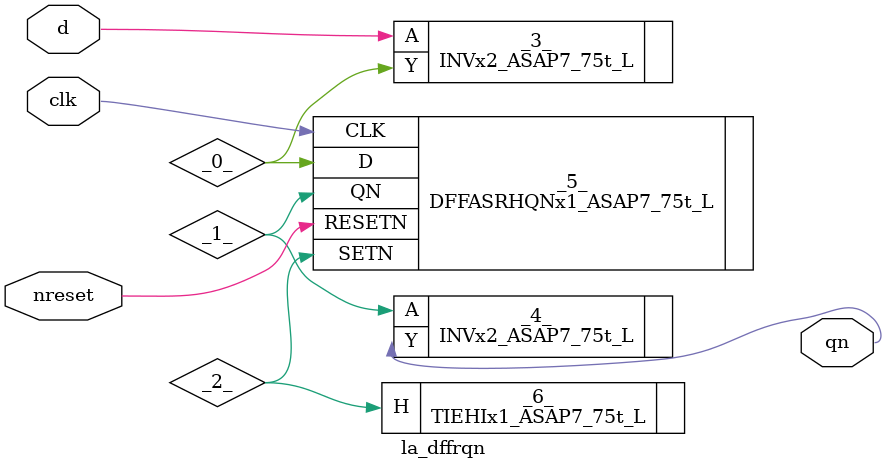
<source format=v>

/* Generated by Yosys 0.44 (git sha1 80ba43d26, g++ 11.4.0-1ubuntu1~22.04 -fPIC -O3) */

(* top =  1  *)
(* src = "generated" *)
module la_dffrqn (
    d,
    clk,
    nreset,
    qn
);
  (* src = "generated" *)
  wire _0_;
  wire _1_;
  wire _2_;
  (* src = "generated" *)
  input clk;
  wire clk;
  (* src = "generated" *)
  input d;
  wire d;
  (* src = "generated" *)
  input nreset;
  wire nreset;
  (* src = "generated" *)
  output qn;
  wire qn;
  INVx2_ASAP7_75t_L _3_ (
      .A(d),
      .Y(_0_)
  );
  INVx2_ASAP7_75t_L _4_ (
      .A(_1_),
      .Y(qn)
  );
  (* src = "generated" *)
  DFFASRHQNx1_ASAP7_75t_L _5_ (
      .CLK(clk),
      .D(_0_),
      .QN(_1_),
      .RESETN(nreset),
      .SETN(_2_)
  );
  TIEHIx1_ASAP7_75t_L _6_ (.H(_2_));
endmodule

</source>
